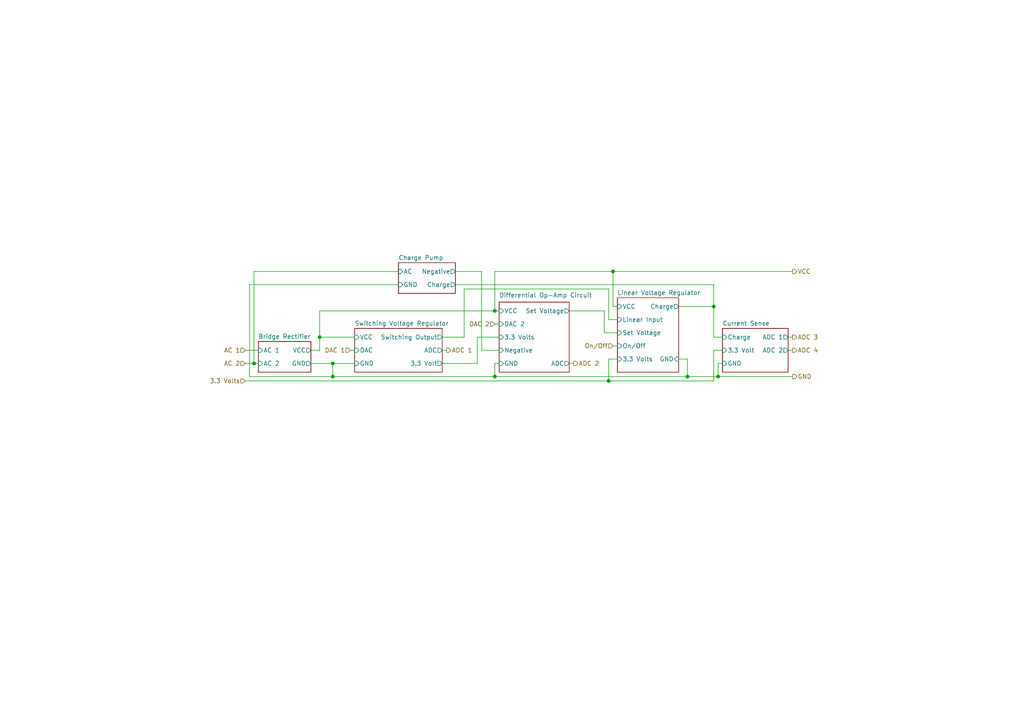
<source format=kicad_sch>
(kicad_sch (version 20211123) (generator eeschema)
  (paper "A4")
  (title_block (title "Channel Power Supply") (date "2022-09-12") (rev "1") (company "George Mason University") (comment 1 "digitally controlled by its microcontroller.") (comment 2 "the user-requested voltage at the banana plugs. This circuit is") (comment 3 "supply. This circuit converts the 12Vrms from the transformer into") (comment 4 "This is the layout for the analog power electronics for the power"))
  (lib_symbols)
  (junction (at 143.51 90.17))
  (junction (at 176.53 110.49))
  (junction (at 143.51 109.22))
  (junction (at 177.8 78.74))
  (junction (at 92.71 97.79))
  (junction (at 96.52 105.41))
  (junction (at 96.52 109.22))
  (junction (at 208.28 109.22))
  (junction (at 207.01 88.9))
  (junction (at 73.66 105.41))
  (junction (at 199.39 109.22))
  (wire (pts (xy 207.01 97.79) (xy 209.55 97.79)))
  (wire (pts (xy 73.66 78.74) (xy 73.66 105.41)))
  (wire (pts (xy 90.17 105.41) (xy 96.52 105.41)))
  (wire (pts (xy 179.07 88.9) (xy 177.8 88.9)))
  (wire (pts (xy 175.26 90.17) (xy 175.26 96.52)))
  (wire (pts (xy 90.17 101.6) (xy 92.71 101.6)))
  (wire (pts (xy 208.28 105.41) (xy 209.55 105.41)))
  (wire (pts (xy 134.62 83.82) (xy 134.62 97.79)))
  (wire (pts (xy 143.51 78.74) (xy 143.51 90.17)))
  (wire (pts (xy 143.51 90.17) (xy 144.78 90.17)))
  (wire (pts (xy 96.52 109.22) (xy 96.52 105.41)))
  (wire (pts (xy 92.71 90.17) (xy 92.71 97.79)))
  (wire (pts (xy 209.55 101.6) (xy 207.01 101.6)))
  (wire (pts (xy 134.62 97.79) (xy 128.27 97.79)))
  (wire (pts (xy 176.53 104.14) (xy 176.53 110.49)))
  (wire (pts (xy 143.51 105.41) (xy 144.78 105.41)))
  (wire (pts (xy 72.39 82.55) (xy 115.57 82.55)))
  (wire (pts (xy 96.52 105.41) (xy 102.87 105.41)))
  (wire (pts (xy 208.28 109.22) (xy 229.87 109.22)))
  (wire (pts (xy 165.1 90.17) (xy 175.26 90.17)))
  (wire (pts (xy 72.39 82.55) (xy 72.39 109.22)))
  (wire (pts (xy 199.39 104.14) (xy 199.39 109.22)))
  (wire (pts (xy 139.7 78.74) (xy 139.7 101.6)))
  (wire (pts (xy 128.27 105.41) (xy 138.43 105.41)))
  (wire (pts (xy 96.52 109.22) (xy 143.51 109.22)))
  (wire (pts (xy 196.85 104.14) (xy 199.39 104.14)))
  (wire (pts (xy 132.08 78.74) (xy 139.7 78.74)))
  (wire (pts (xy 176.53 110.49) (xy 207.01 110.49)))
  (wire (pts (xy 165.1 105.41) (xy 166.37 105.41)))
  (wire (pts (xy 177.8 78.74) (xy 229.87 78.74)))
  (wire (pts (xy 71.12 105.41) (xy 73.66 105.41)))
  (wire (pts (xy 207.01 101.6) (xy 207.01 110.49)))
  (wire (pts (xy 207.01 88.9) (xy 207.01 97.79)))
  (wire (pts (xy 199.39 109.22) (xy 208.28 109.22)))
  (wire (pts (xy 132.08 82.55) (xy 207.01 82.55)))
  (wire (pts (xy 128.27 101.6) (xy 129.54 101.6)))
  (wire (pts (xy 92.71 97.79) (xy 102.87 97.79)))
  (wire (pts (xy 228.6 101.6) (xy 229.87 101.6)))
  (wire (pts (xy 228.6 97.79) (xy 229.87 97.79)))
  (wire (pts (xy 101.6 101.6) (xy 102.87 101.6)))
  (wire (pts (xy 71.12 110.49) (xy 176.53 110.49)))
  (wire (pts (xy 177.8 78.74) (xy 177.8 88.9)))
  (wire (pts (xy 72.39 109.22) (xy 96.52 109.22)))
  (wire (pts (xy 208.28 105.41) (xy 208.28 109.22)))
  (wire (pts (xy 177.8 100.33) (xy 179.07 100.33)))
  (wire (pts (xy 138.43 97.79) (xy 144.78 97.79)))
  (wire (pts (xy 134.62 83.82) (xy 176.53 83.82)))
  (wire (pts (xy 196.85 88.9) (xy 207.01 88.9)))
  (wire (pts (xy 143.51 109.22) (xy 199.39 109.22)))
  (wire (pts (xy 92.71 97.79) (xy 92.71 101.6)))
  (wire (pts (xy 143.51 105.41) (xy 143.51 109.22)))
  (wire (pts (xy 73.66 78.74) (xy 115.57 78.74)))
  (wire (pts (xy 175.26 96.52) (xy 179.07 96.52)))
  (wire (pts (xy 176.53 83.82) (xy 176.53 92.71)))
  (wire (pts (xy 207.01 82.55) (xy 207.01 88.9)))
  (wire (pts (xy 139.7 101.6) (xy 144.78 101.6)))
  (wire (pts (xy 138.43 105.41) (xy 138.43 97.79)))
  (wire (pts (xy 92.71 90.17) (xy 143.51 90.17)))
  (wire (pts (xy 73.66 105.41) (xy 74.93 105.41)))
  (wire (pts (xy 179.07 104.14) (xy 176.53 104.14)))
  (wire (pts (xy 143.51 78.74) (xy 177.8 78.74)))
  (wire (pts (xy 71.12 101.6) (xy 74.93 101.6)))
  (wire (pts (xy 143.51 93.98) (xy 144.78 93.98)))
  (wire (pts (xy 176.53 92.71) (xy 179.07 92.71)))
  (hierarchical_label "DAC 2" (shape input) (at 143.51 93.98 180))
  (hierarchical_label "VCC" (shape output) (at 229.87 78.74 0))
  (hierarchical_label "ADC 3" (shape output) (at 229.87 97.79 0))
  (hierarchical_label "GND" (shape output) (at 229.87 109.22 0))
  (hierarchical_label "AC 1" (shape input) (at 71.12 101.6 180))
  (hierarchical_label "ADC 1" (shape output) (at 129.54 101.6 0))
  (hierarchical_label "On{slash}Off" (shape input) (at 177.8 100.33 180))
  (hierarchical_label "ADC 2" (shape output) (at 166.37 105.41 0))
  (hierarchical_label "AC 2" (shape input) (at 71.12 105.41 180))
  (hierarchical_label "ADC 4" (shape output) (at 229.87 101.6 0))
  (hierarchical_label "3.3 Volts" (shape input) (at 71.12 110.49 180))
  (hierarchical_label "DAC 1" (shape input) (at 101.6 101.6 180))
  (sheet (at 179.07 86.36) (size 17.78 21.59) (stroke (width 0.1524))
    (property "Sheet name" "Linear Voltage Regulator " (at 179.07 85.6484 0) (effects (justify left bottom)))
    (property "Sheet file" "LinearVoltageRegulator.kicad_sch" (effects hide))
    (pin "Set Voltage" input (at 179.07 96.52 180))
    (pin "VCC" input (at 179.07 88.9 180))
    (pin "Charge" output (at 196.85 88.9 0))
    (pin "Linear Input" input (at 179.07 92.71 180))
    (pin "GND" input (at 196.85 104.14 0))
    (pin "On{slash}Off" input (at 179.07 100.33 180))
    (pin "3.3 Volts" input (at 179.07 104.14 180))
  )
  (sheet (at 102.87 95.25) (size 25.4 12.7) (stroke (width 0.1524))
    (property "Sheet name" "Switching Voltage Regulator" (at 102.87 94.5384 0) (effects (justify left bottom)))
    (property "Sheet file" "SwitchingVoltageRegulator.kicad_sch" (effects hide))
    (pin "VCC" input (at 102.87 97.79 180))
    (pin "DAC" input (at 102.87 101.6 180))
    (pin "GND" input (at 102.87 105.41 180))
    (pin "3.3 Volt" output (at 128.27 105.41 0))
    (pin "ADC" output (at 128.27 101.6 0))
    (pin "Switching Output" output (at 128.27 97.79 0))
  )
  (sheet (at 115.57 76.2) (size 16.51 8.89) (stroke (width 0.1524))
    (property "Sheet name" "Charge Pump" (at 115.57 75.4884 0) (effects (justify left bottom)))
    (property "Sheet file" "ChargePump.kicad_sch" (effects hide))
    (pin "GND" input (at 115.57 82.55 180))
    (pin "Negative" output (at 132.08 78.74 0))
    (pin "Charge" output (at 132.08 82.55 0))
    (pin "AC" input (at 115.57 78.74 180))
  )
  (sheet (at 144.78 87.63) (size 20.32 20.32) (stroke (width 0.1524))
    (property "Sheet name" "Differential Op-Amp Circuit" (at 144.78 86.36 0) (effects (justify left bottom)))
    (property "Sheet file" "DifferentialOpAmpCircuit.kicad_sch" (effects hide))
    (pin "VCC" input (at 144.78 90.17 180))
    (pin "Negative" input (at 144.78 101.6 180))
    (pin "Set Voltage" output (at 165.1 90.17 0))
    (pin "GND" input (at 144.78 105.41 180))
    (pin "3.3 Volts" input (at 144.78 97.79 180))
    (pin "DAC 2" input (at 144.78 93.98 180))
    (pin "ADC" output (at 165.1 105.41 0))
  )
  (sheet (at 209.55 95.25) (size 19.05 12.7) (stroke (width 0.1524))
    (property "Sheet name" "Current Sense " (at 209.55 94.5384 0) (effects (justify left bottom)))
    (property "Sheet file" "CurrentSense.kicad_sch" (effects hide))
    (pin "Charge" input (at 209.55 97.79 180))
    (pin "3.3 Volt" input (at 209.55 101.6 180))
    (pin "GND" input (at 209.55 105.41 180))
    (pin "ADC 1" output (at 228.6 97.79 0))
    (pin "ADC 2" output (at 228.6 101.6 0))
  )
  (sheet (at 74.93 99.06) (size 15.24 8.89) (stroke (width 0.1524))
    (property "Sheet name" "Bridge Rectifier" (at 74.93 98.3484 0) (effects (justify left bottom)))
    (property "Sheet file" "BridgeRectifier.kicad_sch" (effects hide))
    (pin "AC 2" input (at 74.93 105.41 180))
    (pin "AC 1" input (at 74.93 101.6 180))
    (pin "VCC" output (at 90.17 101.6 0))
    (pin "GND" output (at 90.17 105.41 0))
  )
)
</source>
